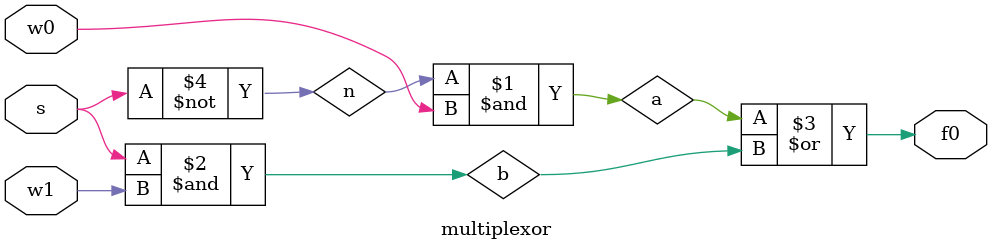
<source format=v>
module multiplexor(w0, w1, s,f0);
	input w0, w1, s;
	output f0;
	wire n, a, b;
	
	not(n, s);
	and(a, n, w0);
	and(b, s, w1);
	or(f0, a, b);
	
endmodule
</source>
